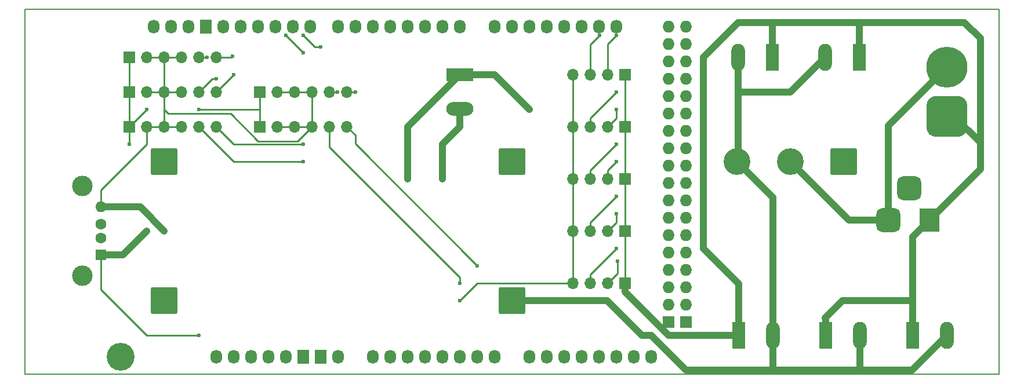
<source format=gbr>
%TF.GenerationSoftware,KiCad,Pcbnew,6.0.2+dfsg-1*%
%TF.CreationDate,2023-05-04T17:56:36+06:00*%
%TF.ProjectId,mega_model,6d656761-5f6d-46f6-9465-6c2e6b696361,rev?*%
%TF.SameCoordinates,Original*%
%TF.FileFunction,Copper,L2,Bot*%
%TF.FilePolarity,Positive*%
%FSLAX46Y46*%
G04 Gerber Fmt 4.6, Leading zero omitted, Abs format (unit mm)*
G04 Created by KiCad (PCBNEW 6.0.2+dfsg-1) date 2023-05-04 17:56:36*
%MOMM*%
%LPD*%
G01*
G04 APERTURE LIST*
G04 Aperture macros list*
%AMRoundRect*
0 Rectangle with rounded corners*
0 $1 Rounding radius*
0 $2 $3 $4 $5 $6 $7 $8 $9 X,Y pos of 4 corners*
0 Add a 4 corners polygon primitive as box body*
4,1,4,$2,$3,$4,$5,$6,$7,$8,$9,$2,$3,0*
0 Add four circle primitives for the rounded corners*
1,1,$1+$1,$2,$3*
1,1,$1+$1,$4,$5*
1,1,$1+$1,$6,$7*
1,1,$1+$1,$8,$9*
0 Add four rect primitives between the rounded corners*
20,1,$1+$1,$2,$3,$4,$5,0*
20,1,$1+$1,$4,$5,$6,$7,0*
20,1,$1+$1,$6,$7,$8,$9,0*
20,1,$1+$1,$8,$9,$2,$3,0*%
G04 Aperture macros list end*
%TA.AperFunction,Profile*%
%ADD10C,0.150000*%
%TD*%
%TA.AperFunction,ComponentPad*%
%ADD11RoundRect,0.250002X-1.699998X-1.699998X1.699998X-1.699998X1.699998X1.699998X-1.699998X1.699998X0*%
%TD*%
%TA.AperFunction,ComponentPad*%
%ADD12R,1.727200X1.727200*%
%TD*%
%TA.AperFunction,ComponentPad*%
%ADD13O,1.727200X1.727200*%
%TD*%
%TA.AperFunction,ComponentPad*%
%ADD14O,1.727200X2.032000*%
%TD*%
%TA.AperFunction,ComponentPad*%
%ADD15R,1.727200X2.032000*%
%TD*%
%TA.AperFunction,ComponentPad*%
%ADD16C,4.064000*%
%TD*%
%TA.AperFunction,ComponentPad*%
%ADD17O,1.600000X1.600000*%
%TD*%
%TA.AperFunction,ComponentPad*%
%ADD18C,1.600000*%
%TD*%
%TA.AperFunction,ComponentPad*%
%ADD19R,1.600000X1.600000*%
%TD*%
%TA.AperFunction,ComponentPad*%
%ADD20C,3.000000*%
%TD*%
%TA.AperFunction,ComponentPad*%
%ADD21RoundRect,0.875000X0.875000X0.875000X-0.875000X0.875000X-0.875000X-0.875000X0.875000X-0.875000X0*%
%TD*%
%TA.AperFunction,ComponentPad*%
%ADD22R,3.000000X3.500000*%
%TD*%
%TA.AperFunction,ComponentPad*%
%ADD23O,1.980000X3.960000*%
%TD*%
%TA.AperFunction,ComponentPad*%
%ADD24R,1.980000X3.960000*%
%TD*%
%TA.AperFunction,ComponentPad*%
%ADD25RoundRect,0.250002X1.699998X1.699998X-1.699998X1.699998X-1.699998X-1.699998X1.699998X-1.699998X0*%
%TD*%
%TA.AperFunction,ComponentPad*%
%ADD26C,3.900000*%
%TD*%
%TA.AperFunction,ComponentPad*%
%ADD27R,1.700000X1.700000*%
%TD*%
%TA.AperFunction,ComponentPad*%
%ADD28O,1.700000X1.700000*%
%TD*%
%TA.AperFunction,ComponentPad*%
%ADD29RoundRect,1.500000X1.500000X-1.500000X1.500000X1.500000X-1.500000X1.500000X-1.500000X-1.500000X0*%
%TD*%
%TA.AperFunction,ComponentPad*%
%ADD30C,6.000000*%
%TD*%
%TA.AperFunction,ComponentPad*%
%ADD31R,3.960000X1.980000*%
%TD*%
%TA.AperFunction,ComponentPad*%
%ADD32O,3.960000X1.980000*%
%TD*%
%TA.AperFunction,ViaPad*%
%ADD33C,0.600000*%
%TD*%
%TA.AperFunction,Conductor*%
%ADD34C,1.000000*%
%TD*%
%TA.AperFunction,Conductor*%
%ADD35C,0.250000*%
%TD*%
G04 APERTURE END LIST*
D10*
X53340000Y-117475000D02*
X53340000Y-64135000D01*
X195580000Y-64135000D02*
X195580000Y-117475000D01*
X195580000Y-117475000D02*
X53340000Y-117475000D01*
X53340000Y-64135000D02*
X195580000Y-64135000D01*
D11*
%TO.P,J19,1,Pin_1*%
%TO.N,+12VA*%
X124460000Y-106680000D03*
%TD*%
%TO.P,J20,1,Pin_1*%
%TO.N,GND*%
X124460000Y-86360000D03*
%TD*%
%TO.P,J22,1,Pin_1*%
%TO.N,GND*%
X73660000Y-86360000D03*
%TD*%
%TO.P,J23,1,Pin_1*%
%TO.N,+5VA*%
X73660000Y-106680000D03*
%TD*%
D12*
%TO.P,P1,1,Pin_1*%
%TO.N,GND*%
X147320000Y-109855000D03*
%TO.P,P1,2,Pin_2*%
X149860000Y-109855000D03*
D13*
%TO.P,P1,3,Pin_3*%
%TO.N,/52(SCK)*%
X147320000Y-107315000D03*
%TO.P,P1,4,Pin_4*%
%TO.N,/53(SS)*%
X149860000Y-107315000D03*
%TO.P,P1,5,Pin_5*%
%TO.N,/50(MISO)*%
X147320000Y-104775000D03*
%TO.P,P1,6,Pin_6*%
%TO.N,/51(MOSI)*%
X149860000Y-104775000D03*
%TO.P,P1,7,Pin_7*%
%TO.N,/48*%
X147320000Y-102235000D03*
%TO.P,P1,8,Pin_8*%
%TO.N,/49*%
X149860000Y-102235000D03*
%TO.P,P1,9,Pin_9*%
%TO.N,/46*%
X147320000Y-99695000D03*
%TO.P,P1,10,Pin_10*%
%TO.N,/47*%
X149860000Y-99695000D03*
%TO.P,P1,11,Pin_11*%
%TO.N,/44*%
X147320000Y-97155000D03*
%TO.P,P1,12,Pin_12*%
%TO.N,/45*%
X149860000Y-97155000D03*
%TO.P,P1,13,Pin_13*%
%TO.N,/42*%
X147320000Y-94615000D03*
%TO.P,P1,14,Pin_14*%
%TO.N,/43*%
X149860000Y-94615000D03*
%TO.P,P1,15,Pin_15*%
%TO.N,/40*%
X147320000Y-92075000D03*
%TO.P,P1,16,Pin_16*%
%TO.N,/41*%
X149860000Y-92075000D03*
%TO.P,P1,17,Pin_17*%
%TO.N,/38*%
X147320000Y-89535000D03*
%TO.P,P1,18,Pin_18*%
%TO.N,/39*%
X149860000Y-89535000D03*
%TO.P,P1,19,Pin_19*%
%TO.N,/36*%
X147320000Y-86995000D03*
%TO.P,P1,20,Pin_20*%
%TO.N,/37*%
X149860000Y-86995000D03*
%TO.P,P1,21,Pin_21*%
%TO.N,/34*%
X147320000Y-84455000D03*
%TO.P,P1,22,Pin_22*%
%TO.N,/35*%
X149860000Y-84455000D03*
%TO.P,P1,23,Pin_23*%
%TO.N,/32*%
X147320000Y-81915000D03*
%TO.P,P1,24,Pin_24*%
%TO.N,/33*%
X149860000Y-81915000D03*
%TO.P,P1,25,Pin_25*%
%TO.N,/30*%
X147320000Y-79375000D03*
%TO.P,P1,26,Pin_26*%
%TO.N,/31*%
X149860000Y-79375000D03*
%TO.P,P1,27,Pin_27*%
%TO.N,/28*%
X147320000Y-76835000D03*
%TO.P,P1,28,Pin_28*%
%TO.N,/29*%
X149860000Y-76835000D03*
%TO.P,P1,29,Pin_29*%
%TO.N,/26*%
X147320000Y-74295000D03*
%TO.P,P1,30,Pin_30*%
%TO.N,/27*%
X149860000Y-74295000D03*
%TO.P,P1,31,Pin_31*%
%TO.N,/24*%
X147320000Y-71755000D03*
%TO.P,P1,32,Pin_32*%
%TO.N,/25*%
X149860000Y-71755000D03*
%TO.P,P1,33,Pin_33*%
%TO.N,/22*%
X147320000Y-69215000D03*
%TO.P,P1,34,Pin_34*%
%TO.N,/23*%
X149860000Y-69215000D03*
%TO.P,P1,35,Pin_35*%
%TO.N,+5V*%
X147320000Y-66675000D03*
%TO.P,P1,36,Pin_36*%
X149860000Y-66675000D03*
%TD*%
D14*
%TO.P,P2,1,Pin_1*%
%TO.N,unconnected-(P2-Pad1)*%
X81280000Y-114935000D03*
%TO.P,P2,2,Pin_2*%
%TO.N,/IOREF*%
X83820000Y-114935000D03*
%TO.P,P2,3,Pin_3*%
%TO.N,/Reset*%
X86360000Y-114935000D03*
%TO.P,P2,4,Pin_4*%
%TO.N,+3V3*%
X88900000Y-114935000D03*
%TO.P,P2,5,Pin_5*%
%TO.N,+5V*%
X91440000Y-114935000D03*
D15*
%TO.P,P2,6,Pin_6*%
%TO.N,GND*%
X93980000Y-114935000D03*
%TO.P,P2,7,Pin_7*%
X96520000Y-114935000D03*
D14*
%TO.P,P2,8,Pin_8*%
%TO.N,/Vin*%
X99060000Y-114935000D03*
%TD*%
%TO.P,P3,1,Pin_1*%
%TO.N,/A0*%
X104140000Y-114935000D03*
%TO.P,P3,2,Pin_2*%
%TO.N,/A1*%
X106680000Y-114935000D03*
%TO.P,P3,3,Pin_3*%
%TO.N,/A2*%
X109220000Y-114935000D03*
%TO.P,P3,4,Pin_4*%
%TO.N,/A3*%
X111760000Y-114935000D03*
%TO.P,P3,5,Pin_5*%
%TO.N,/A4*%
X114300000Y-114935000D03*
%TO.P,P3,6,Pin_6*%
%TO.N,/A5*%
X116840000Y-114935000D03*
%TO.P,P3,7,Pin_7*%
%TO.N,/A6*%
X119380000Y-114935000D03*
%TO.P,P3,8,Pin_8*%
%TO.N,/A7*%
X121920000Y-114935000D03*
%TD*%
%TO.P,P4,1,Pin_1*%
%TO.N,/A8*%
X127000000Y-114935000D03*
%TO.P,P4,2,Pin_2*%
%TO.N,/A9*%
X129540000Y-114935000D03*
%TO.P,P4,3,Pin_3*%
%TO.N,/A10*%
X132080000Y-114935000D03*
%TO.P,P4,4,Pin_4*%
%TO.N,/A11*%
X134620000Y-114935000D03*
%TO.P,P4,5,Pin_5*%
%TO.N,/A12*%
X137160000Y-114935000D03*
%TO.P,P4,6,Pin_6*%
%TO.N,/A13*%
X139700000Y-114935000D03*
%TO.P,P4,7,Pin_7*%
%TO.N,/A14*%
X142240000Y-114935000D03*
%TO.P,P4,8,Pin_8*%
%TO.N,/A15*%
X144780000Y-114935000D03*
%TD*%
%TO.P,P5,1,Pin_1*%
%TO.N,/21(SCL)*%
X72136000Y-66675000D03*
%TO.P,P5,2,Pin_2*%
%TO.N,/20(SDA)*%
X74676000Y-66675000D03*
%TO.P,P5,3,Pin_3*%
%TO.N,/AREF*%
X77216000Y-66675000D03*
D15*
%TO.P,P5,4,Pin_4*%
%TO.N,GND*%
X79756000Y-66675000D03*
D14*
%TO.P,P5,5,Pin_5*%
%TO.N,/13(\u002A\u002A)*%
X82296000Y-66675000D03*
%TO.P,P5,6,Pin_6*%
%TO.N,/12(\u002A\u002A)*%
X84836000Y-66675000D03*
%TO.P,P5,7,Pin_7*%
%TO.N,/11(\u002A\u002A)*%
X87376000Y-66675000D03*
%TO.P,P5,8,Pin_8*%
%TO.N,/10(\u002A\u002A)*%
X89916000Y-66675000D03*
%TO.P,P5,9,Pin_9*%
%TO.N,/9(\u002A\u002A)*%
X92456000Y-66675000D03*
%TO.P,P5,10,Pin_10*%
%TO.N,/8(\u002A\u002A)*%
X94996000Y-66675000D03*
%TD*%
%TO.P,P6,1,Pin_1*%
%TO.N,/7(\u002A\u002A)*%
X99060000Y-66675000D03*
%TO.P,P6,2,Pin_2*%
%TO.N,/6(\u002A\u002A)*%
X101600000Y-66675000D03*
%TO.P,P6,3,Pin_3*%
%TO.N,/5(\u002A\u002A)*%
X104140000Y-66675000D03*
%TO.P,P6,4,Pin_4*%
%TO.N,/4(\u002A\u002A)*%
X106680000Y-66675000D03*
%TO.P,P6,5,Pin_5*%
%TO.N,/3(\u002A\u002A)*%
X109220000Y-66675000D03*
%TO.P,P6,6,Pin_6*%
%TO.N,/2(\u002A\u002A)*%
X111760000Y-66675000D03*
%TO.P,P6,7,Pin_7*%
%TO.N,/1(Tx0)*%
X114300000Y-66675000D03*
%TO.P,P6,8,Pin_8*%
%TO.N,/0(Rx0)*%
X116840000Y-66675000D03*
%TD*%
%TO.P,P7,1,Pin_1*%
%TO.N,/14(Tx3)*%
X121920000Y-66675000D03*
%TO.P,P7,2,Pin_2*%
%TO.N,/15(Rx3)*%
X124460000Y-66675000D03*
%TO.P,P7,3,Pin_3*%
%TO.N,/16(Tx2)*%
X127000000Y-66675000D03*
%TO.P,P7,4,Pin_4*%
%TO.N,/17(Rx2)*%
X129540000Y-66675000D03*
%TO.P,P7,5,Pin_5*%
%TO.N,/18(Tx1)*%
X132080000Y-66675000D03*
%TO.P,P7,6,Pin_6*%
%TO.N,/19(Rx1)*%
X134620000Y-66675000D03*
%TO.P,P7,7,Pin_7*%
%TO.N,/20(SDA)*%
X137160000Y-66675000D03*
%TO.P,P7,8,Pin_8*%
%TO.N,/21(SCL)*%
X139700000Y-66675000D03*
%TD*%
D16*
%TO.P,P8,1,Pin_1*%
%TO.N,unconnected-(P8-Pad1)*%
X67310000Y-114935000D03*
%TD*%
D17*
%TO.P,J17,1,VBUS*%
%TO.N,+5VA*%
X64410000Y-93020000D03*
D18*
%TO.P,J17,2,D-*%
%TO.N,unconnected-(J17-Pad2)*%
X64410000Y-95520000D03*
%TO.P,J17,3,D+*%
%TO.N,unconnected-(J17-Pad3)*%
X64410000Y-97520000D03*
D19*
%TO.P,J17,4,GND*%
%TO.N,GND*%
X64410000Y-100020000D03*
D20*
%TO.P,J17,5,Shield*%
%TO.N,unconnected-(J17-Pad5)*%
X61700000Y-103090000D03*
X61700000Y-89950000D03*
%TD*%
D21*
%TO.P,J18,3*%
%TO.N,N/C*%
X182420000Y-90237500D03*
D22*
%TO.P,J18,2*%
%TO.N,GND*%
X185420000Y-94937500D03*
D21*
%TO.P,J18,1*%
%TO.N,+12V*%
X179420000Y-94937500D03*
%TD*%
D23*
%TO.P,J11,1,Pin_1*%
%TO.N,+12VA*%
X175260000Y-111760000D03*
D24*
%TO.P,J11,2,Pin_2*%
%TO.N,GND*%
X170260000Y-111760000D03*
%TD*%
D25*
%TO.P,SW1,1,A*%
%TO.N,unconnected-(SW1-Pad1)*%
X172900000Y-86360000D03*
D26*
%TO.P,SW1,2,B*%
%TO.N,+12V*%
X165100000Y-86360000D03*
%TO.P,SW1,3,C*%
%TO.N,+12VA*%
X157300000Y-86360000D03*
%TD*%
D27*
%TO.P,J9,1,Pin_1*%
%TO.N,GND*%
X87630000Y-81280000D03*
D28*
%TO.P,J9,2,Pin_2*%
%TO.N,+5VA*%
X90170000Y-81280000D03*
%TO.P,J9,3,Pin_3*%
X92710000Y-81280000D03*
%TO.P,J9,4,Pin_4*%
X95250000Y-81280000D03*
%TO.P,J9,5,Pin_5*%
%TO.N,/47*%
X97790000Y-81280000D03*
%TO.P,J9,6,Pin_6*%
%TO.N,/46*%
X100330000Y-81280000D03*
%TD*%
D27*
%TO.P,J10,1,Pin_1*%
%TO.N,GND*%
X68580000Y-81280000D03*
D28*
%TO.P,J10,2,Pin_2*%
%TO.N,+5VA*%
X71120000Y-81280000D03*
%TO.P,J10,3,Pin_3*%
X73660000Y-81280000D03*
%TO.P,J10,4,Pin_4*%
X76200000Y-81280000D03*
%TO.P,J10,5,Pin_5*%
%TO.N,/23*%
X78740000Y-81280000D03*
%TO.P,J10,6,Pin_6*%
%TO.N,/25*%
X81280000Y-81280000D03*
%TD*%
D27*
%TO.P,J2,1,Pin_1*%
%TO.N,GND*%
X140960000Y-88925000D03*
D28*
%TO.P,J2,2,Pin_2*%
%TO.N,/28*%
X138420000Y-88925000D03*
%TO.P,J2,3,Pin_3*%
%TO.N,/26*%
X135880000Y-88925000D03*
%TO.P,J2,4,Pin_4*%
%TO.N,+5V*%
X133340000Y-88925000D03*
%TD*%
%TO.P,J5,1,Pin_1*%
%TO.N,+5V*%
X133360000Y-73635000D03*
%TO.P,J5,2,Pin_2*%
%TO.N,/20(SDA)*%
X135900000Y-73635000D03*
%TO.P,J5,3,Pin_3*%
%TO.N,/21(SCL)*%
X138440000Y-73635000D03*
D27*
%TO.P,J5,4,Pin_4*%
%TO.N,GND*%
X140980000Y-73635000D03*
%TD*%
D23*
%TO.P,J15,1,Pin_1*%
%TO.N,+12VA*%
X162560000Y-111760000D03*
D24*
%TO.P,J15,2,Pin_2*%
%TO.N,GND*%
X157560000Y-111760000D03*
%TD*%
D27*
%TO.P,J1,1,Pin_1*%
%TO.N,GND*%
X140960000Y-81305000D03*
D28*
%TO.P,J1,2,Pin_2*%
%TO.N,/24*%
X138420000Y-81305000D03*
%TO.P,J1,3,Pin_3*%
%TO.N,/22*%
X135880000Y-81305000D03*
%TO.P,J1,4,Pin_4*%
%TO.N,+5V*%
X133340000Y-81305000D03*
%TD*%
D27*
%TO.P,J7,1,Pin_1*%
%TO.N,GND*%
X87630000Y-76200000D03*
D28*
%TO.P,J7,2,Pin_2*%
%TO.N,+5VA*%
X90170000Y-76200000D03*
%TO.P,J7,3,Pin_3*%
X92710000Y-76200000D03*
%TO.P,J7,4,Pin_4*%
X95250000Y-76200000D03*
%TO.P,J7,5,Pin_5*%
%TO.N,/10(\u002A\u002A)*%
X97790000Y-76200000D03*
%TO.P,J7,6,Pin_6*%
%TO.N,/9(\u002A\u002A)*%
X100330000Y-76200000D03*
%TD*%
D23*
%TO.P,J12,1,Pin_1*%
%TO.N,+12VA*%
X187960000Y-111760000D03*
D24*
%TO.P,J12,2,Pin_2*%
%TO.N,GND*%
X182960000Y-111760000D03*
%TD*%
D27*
%TO.P,J3,1,Pin_1*%
%TO.N,GND*%
X140960000Y-96545000D03*
D28*
%TO.P,J3,2,Pin_2*%
%TO.N,/32*%
X138420000Y-96545000D03*
%TO.P,J3,3,Pin_3*%
%TO.N,/30*%
X135880000Y-96545000D03*
%TO.P,J3,4,Pin_4*%
%TO.N,+5V*%
X133340000Y-96545000D03*
%TD*%
D29*
%TO.P,J16,1,Pin_1*%
%TO.N,GND*%
X187960000Y-79800000D03*
D30*
%TO.P,J16,2,Pin_2*%
%TO.N,+12V*%
X187960000Y-72600000D03*
%TD*%
D31*
%TO.P,J21,1,Pin_1*%
%TO.N,GND*%
X116840000Y-73660000D03*
D32*
%TO.P,J21,2,Pin_2*%
%TO.N,+5VA*%
X116840000Y-78660000D03*
%TD*%
D27*
%TO.P,J4,1,Pin_1*%
%TO.N,GND*%
X140960000Y-104165000D03*
D28*
%TO.P,J4,2,Pin_2*%
%TO.N,/36*%
X138420000Y-104165000D03*
%TO.P,J4,3,Pin_3*%
%TO.N,/34*%
X135880000Y-104165000D03*
%TO.P,J4,4,Pin_4*%
%TO.N,+5V*%
X133340000Y-104165000D03*
%TD*%
D23*
%TO.P,J14,1,Pin_1*%
%TO.N,+12VA*%
X170180000Y-71120000D03*
D24*
%TO.P,J14,2,Pin_2*%
%TO.N,GND*%
X175180000Y-71120000D03*
%TD*%
D27*
%TO.P,J6,1,Pin_1*%
%TO.N,GND*%
X68580000Y-71120000D03*
D28*
%TO.P,J6,2,Pin_2*%
%TO.N,+5VA*%
X71120000Y-71120000D03*
%TO.P,J6,3,Pin_3*%
X73660000Y-71120000D03*
%TO.P,J6,4,Pin_4*%
X76200000Y-71120000D03*
%TO.P,J6,5,Pin_5*%
%TO.N,/12(\u002A\u002A)*%
X78740000Y-71120000D03*
%TO.P,J6,6,Pin_6*%
%TO.N,/11(\u002A\u002A)*%
X81280000Y-71120000D03*
%TD*%
D23*
%TO.P,J13,1,Pin_1*%
%TO.N,+12VA*%
X157480000Y-71120000D03*
D24*
%TO.P,J13,2,Pin_2*%
%TO.N,GND*%
X162480000Y-71120000D03*
%TD*%
D27*
%TO.P,J8,1,Pin_1*%
%TO.N,GND*%
X68580000Y-76200000D03*
D28*
%TO.P,J8,2,Pin_2*%
%TO.N,+5VA*%
X71120000Y-76200000D03*
%TO.P,J8,3,Pin_3*%
X73660000Y-76200000D03*
%TO.P,J8,4,Pin_4*%
X76200000Y-76200000D03*
%TO.P,J8,5,Pin_5*%
%TO.N,/7(\u002A\u002A)*%
X78740000Y-76200000D03*
%TO.P,J8,6,Pin_6*%
%TO.N,/6(\u002A\u002A)*%
X81280000Y-76200000D03*
%TD*%
D33*
%TO.N,GND*%
X127000000Y-78740000D03*
X142240000Y-106680000D03*
X109220000Y-88900000D03*
X71120000Y-78740000D03*
X78740000Y-78740000D03*
X71120000Y-96520000D03*
X68580000Y-83820000D03*
X78740000Y-111760000D03*
%TO.N,/46*%
X119380000Y-101600000D03*
%TO.N,/47*%
X116840000Y-104140000D03*
%TO.N,/36*%
X139833955Y-100975500D03*
%TO.N,/34*%
X139700000Y-99060000D03*
%TO.N,/32*%
X139700000Y-93980000D03*
%TO.N,/30*%
X139700000Y-91440000D03*
%TO.N,/28*%
X139700000Y-86360000D03*
%TO.N,/26*%
X139700000Y-83820000D03*
%TO.N,/24*%
X139700000Y-78740000D03*
%TO.N,/25*%
X93980000Y-83820000D03*
%TO.N,/22*%
X139700000Y-76200000D03*
%TO.N,/23*%
X93980000Y-86360000D03*
%TO.N,+5V*%
X116840000Y-106680000D03*
%TO.N,+5VA*%
X73660000Y-96520000D03*
X114300000Y-88900000D03*
%TO.N,/12(\u002A\u002A)*%
X79930497Y-71120000D03*
%TO.N,/11(\u002A\u002A)*%
X83690661Y-70990661D03*
%TO.N,/10(\u002A\u002A)*%
X93980000Y-70495500D03*
X91440000Y-67955500D03*
X98980497Y-76200000D03*
%TO.N,/9(\u002A\u002A)*%
X96520000Y-69654020D03*
X101600000Y-76200000D03*
X93980000Y-67955500D03*
%TO.N,/7(\u002A\u002A)*%
X81280000Y-74284500D03*
%TO.N,/6(\u002A\u002A)*%
X83820000Y-73660000D03*
%TO.N,/20(SDA)*%
X137232557Y-67955500D03*
%TO.N,/21(SCL)*%
X139700000Y-67955500D03*
%TD*%
D34*
%TO.N,GND*%
X121920000Y-73660000D02*
X127000000Y-78740000D01*
X116840000Y-73660000D02*
X121920000Y-73660000D01*
X175180000Y-66120000D02*
X175180000Y-71120000D01*
X64410000Y-100020000D02*
X67620000Y-100020000D01*
X192840480Y-68380480D02*
X192840480Y-83620480D01*
X109220000Y-81280000D02*
X116840000Y-73660000D01*
D35*
X182880000Y-106680000D02*
X182960000Y-106600000D01*
D34*
X157560000Y-104220000D02*
X157560000Y-111760000D01*
D35*
X175260000Y-66040000D02*
X175180000Y-66120000D01*
X140960000Y-73655000D02*
X140980000Y-73635000D01*
D34*
X67620000Y-100020000D02*
X71120000Y-96520000D01*
D35*
X185420000Y-82340000D02*
X187960000Y-79800000D01*
D34*
X152400000Y-99060000D02*
X157560000Y-104220000D01*
D35*
X187960000Y-79800000D02*
X189020000Y-79800000D01*
X68580000Y-81280000D02*
X68580000Y-83820000D01*
X78740000Y-78740000D02*
X87630000Y-78740000D01*
D34*
X140960000Y-105400000D02*
X142240000Y-106680000D01*
X175260000Y-66040000D02*
X190500000Y-66040000D01*
X192840480Y-87517020D02*
X185420000Y-94937500D01*
D35*
X87630000Y-78740000D02*
X87630000Y-81280000D01*
X68580000Y-81280000D02*
X68580000Y-73660000D01*
D34*
X140960000Y-104165000D02*
X140960000Y-105400000D01*
X189020000Y-79800000D02*
X192840480Y-83620480D01*
X172720000Y-106680000D02*
X182880000Y-106680000D01*
D35*
X68580000Y-73660000D02*
X68580000Y-71120000D01*
D34*
X170260000Y-111760000D02*
X170260000Y-109300000D01*
X162560000Y-66040000D02*
X175260000Y-66040000D01*
X182960000Y-97397500D02*
X182960000Y-106600000D01*
D35*
X162560000Y-66040000D02*
X162480000Y-66120000D01*
D34*
X190500000Y-66040000D02*
X192840480Y-68380480D01*
D35*
X140960000Y-104165000D02*
X140960000Y-73655000D01*
D34*
X192840480Y-83620480D02*
X192840480Y-87517020D01*
D35*
X170260000Y-109300000D02*
X170180000Y-109220000D01*
D34*
X157480000Y-66040000D02*
X152400000Y-71120000D01*
D35*
X87630000Y-78740000D02*
X87630000Y-76200000D01*
X78740000Y-111760000D02*
X71120000Y-111760000D01*
D34*
X182960000Y-106600000D02*
X182960000Y-111760000D01*
D35*
X64410000Y-105050000D02*
X64410000Y-100020000D01*
D34*
X162560000Y-66040000D02*
X157480000Y-66040000D01*
X147320000Y-111760000D02*
X157560000Y-111760000D01*
D35*
X68580000Y-81280000D02*
X71120000Y-78740000D01*
X71120000Y-111760000D02*
X64410000Y-105050000D01*
D34*
X185420000Y-94937500D02*
X182960000Y-97397500D01*
X162480000Y-66120000D02*
X162480000Y-71120000D01*
X109220000Y-88900000D02*
X109220000Y-81280000D01*
X152400000Y-71120000D02*
X152400000Y-99060000D01*
X142240000Y-106680000D02*
X147320000Y-111760000D01*
X170180000Y-109220000D02*
X172720000Y-106680000D01*
D35*
%TO.N,/46*%
X101564520Y-83784520D02*
X119380000Y-101600000D01*
X101564520Y-82514520D02*
X101564520Y-83784520D01*
X100330000Y-81280000D02*
X101564520Y-82514520D01*
%TO.N,/47*%
X116840000Y-104140000D02*
X116840000Y-103272492D01*
X97790000Y-84222492D02*
X97790000Y-81280000D01*
X116840000Y-103272492D02*
X97790000Y-84222492D01*
%TO.N,/36*%
X139833955Y-102751045D02*
X139833955Y-100975500D01*
X138420000Y-104165000D02*
X139833955Y-102751045D01*
%TO.N,/34*%
X135880000Y-102880000D02*
X135880000Y-104165000D01*
X139700000Y-99060000D02*
X135880000Y-102880000D01*
%TO.N,/32*%
X138420000Y-96545000D02*
X139700000Y-95265000D01*
X139700000Y-95265000D02*
X139700000Y-93980000D01*
%TO.N,/30*%
X139700000Y-91440000D02*
X135880000Y-95260000D01*
X135880000Y-95260000D02*
X135880000Y-96545000D01*
%TO.N,/28*%
X138420000Y-88925000D02*
X138420000Y-87640000D01*
X138420000Y-87640000D02*
X139700000Y-86360000D01*
%TO.N,/26*%
X135880000Y-87640000D02*
X135880000Y-88925000D01*
X139700000Y-83820000D02*
X135880000Y-87640000D01*
%TO.N,/24*%
X139700000Y-80025000D02*
X139700000Y-78740000D01*
X138420000Y-81305000D02*
X139700000Y-80025000D01*
%TO.N,/25*%
X81280000Y-81280000D02*
X83820000Y-83820000D01*
X83820000Y-83820000D02*
X93980000Y-83820000D01*
%TO.N,/22*%
X135880000Y-80020000D02*
X135880000Y-81305000D01*
X139700000Y-76200000D02*
X135880000Y-80020000D01*
%TO.N,/23*%
X83820000Y-86360000D02*
X78740000Y-81280000D01*
X93980000Y-86360000D02*
X83820000Y-86360000D01*
%TO.N,+5V*%
X133340000Y-104165000D02*
X119355000Y-104165000D01*
X133340000Y-81305000D02*
X133340000Y-73655000D01*
X133340000Y-73655000D02*
X133360000Y-73635000D01*
X119355000Y-104165000D02*
X116840000Y-106680000D01*
X133340000Y-104165000D02*
X133340000Y-81305000D01*
%TO.N,+5VA*%
X64410000Y-93020000D02*
X64410000Y-90530000D01*
X71120000Y-76200000D02*
X76200000Y-76200000D01*
X87371458Y-83370480D02*
X93159520Y-83370480D01*
X71120000Y-83820000D02*
X71120000Y-81280000D01*
D34*
X64410000Y-93020000D02*
X70160000Y-93020000D01*
D35*
X73660000Y-78740000D02*
X73660000Y-71120000D01*
X93159520Y-83370480D02*
X95250000Y-81280000D01*
X73660000Y-81280000D02*
X73660000Y-78740000D01*
X64410000Y-90530000D02*
X66040000Y-88900000D01*
D34*
X114300000Y-88900000D02*
X114300000Y-83820000D01*
D35*
X71120000Y-71120000D02*
X76200000Y-71120000D01*
X83365489Y-79364511D02*
X87371458Y-83370480D01*
X74284511Y-79364511D02*
X83365489Y-79364511D01*
X73660000Y-78740000D02*
X74284511Y-79364511D01*
D34*
X116840000Y-81280000D02*
X116840000Y-78660000D01*
D35*
X71120000Y-81280000D02*
X76200000Y-81280000D01*
X90170000Y-76200000D02*
X95250000Y-76200000D01*
X66040000Y-88900000D02*
X71120000Y-83820000D01*
X95250000Y-76200000D02*
X95250000Y-81280000D01*
D34*
X114300000Y-83820000D02*
X116840000Y-81280000D01*
D35*
X90170000Y-81280000D02*
X95250000Y-81280000D01*
D34*
X70160000Y-93020000D02*
X73660000Y-96520000D01*
D35*
%TO.N,/12(\u002A\u002A)*%
X79930497Y-71120000D02*
X78740000Y-71120000D01*
%TO.N,/11(\u002A\u002A)*%
X83561322Y-71120000D02*
X81280000Y-71120000D01*
X83690661Y-70990661D02*
X83561322Y-71120000D01*
%TO.N,/10(\u002A\u002A)*%
X93980000Y-70495500D02*
X91440000Y-67955500D01*
X98980497Y-76200000D02*
X97790000Y-76200000D01*
%TO.N,/9(\u002A\u002A)*%
X101600000Y-76200000D02*
X100330000Y-76200000D01*
X95678520Y-69654020D02*
X96520000Y-69654020D01*
X93980000Y-67955500D02*
X95678520Y-69654020D01*
%TO.N,/7(\u002A\u002A)*%
X78740000Y-76200000D02*
X80655500Y-74284500D01*
X80655500Y-74284500D02*
X81280000Y-74284500D01*
%TO.N,/6(\u002A\u002A)*%
X81280000Y-76200000D02*
X83820000Y-73660000D01*
%TO.N,/20(SDA)*%
X135900000Y-69288057D02*
X137232557Y-67955500D01*
X135900000Y-73635000D02*
X135900000Y-69288057D01*
%TO.N,/21(SCL)*%
X139700000Y-67955500D02*
X138440000Y-69215500D01*
X138440000Y-69215500D02*
X138440000Y-73635000D01*
D34*
%TO.N,+12VA*%
X138357655Y-106680000D02*
X143437655Y-111760000D01*
X143437655Y-111760000D02*
X144780000Y-111760000D01*
X157480000Y-71120000D02*
X157480000Y-76200000D01*
X175260000Y-111760000D02*
X175260000Y-116840000D01*
X162560000Y-91620000D02*
X162560000Y-111760000D01*
X149860000Y-116840000D02*
X162560000Y-116840000D01*
X162560000Y-116840000D02*
X175260000Y-116840000D01*
X162560000Y-111760000D02*
X162560000Y-116840000D01*
X144780000Y-111760000D02*
X149860000Y-116840000D01*
D35*
X157480000Y-86180000D02*
X157300000Y-86360000D01*
D34*
X124460000Y-106680000D02*
X138357655Y-106680000D01*
X175260000Y-116840000D02*
X182880000Y-116840000D01*
X157480000Y-76200000D02*
X165100000Y-76200000D01*
X165100000Y-76200000D02*
X170180000Y-71120000D01*
X157300000Y-86360000D02*
X162560000Y-91620000D01*
X157480000Y-76200000D02*
X157480000Y-86180000D01*
X182880000Y-116840000D02*
X187960000Y-111760000D01*
%TO.N,+12V*%
X173677500Y-94937500D02*
X179420000Y-94937500D01*
X187960000Y-72600000D02*
X179420000Y-81140000D01*
X179420000Y-81140000D02*
X179420000Y-94937500D01*
X165100000Y-86360000D02*
X173677500Y-94937500D01*
%TD*%
M02*

</source>
